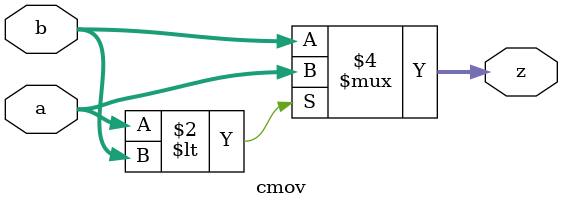
<source format=v>
`timescale 1ns / 1ps

module cmov(a,b,z);
    
    input [31:0] a,b;
    output reg [31:0] z;
    
    always @(*) begin
        if (a<b) z <= a;
        else z <= b;
    end
endmodule

</source>
